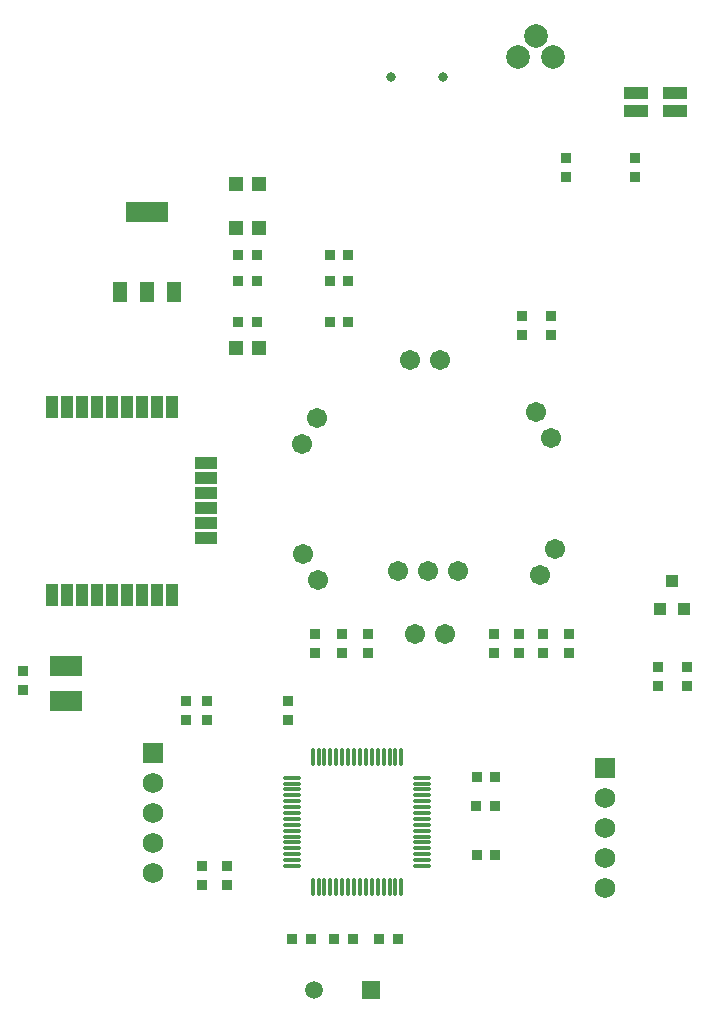
<source format=gts>
%FSTAX23Y23*%
%MOIN*%
%SFA1B1*%

%IPPOS*%
%ADD41O,0.013780X0.064960*%
%ADD42O,0.064960X0.013780*%
%ADD43R,0.038000X0.033000*%
%ADD44R,0.033000X0.038000*%
%ADD45R,0.047370X0.051310*%
%ADD46R,0.039500X0.078000*%
%ADD47R,0.078000X0.039500*%
%ADD48R,0.078870X0.039500*%
%ADD49R,0.039500X0.043430*%
%ADD50R,0.043430X0.043430*%
%ADD51R,0.051310X0.069020*%
%ADD52R,0.051310X0.069020*%
%ADD53R,0.143830X0.069020*%
%ADD54R,0.106420X0.070990*%
%ADD55C,0.059180*%
%ADD56R,0.059180X0.059180*%
%ADD57R,0.068000X0.068000*%
%ADD58C,0.068000*%
%ADD59C,0.031620*%
%ADD60C,0.078870*%
%ADD61C,0.067060*%
%LNÑ§Ï°ÐÍºìÍâ×ª·¢Æ÷-1*%
%LPD*%
G54D41*
X06372Y03727D03*
X06392D03*
X06411D03*
X06431D03*
X06451D03*
X0647D03*
X0649D03*
X0651D03*
X06529D03*
X06549D03*
X06569D03*
X06588D03*
X06608D03*
X06628D03*
X06647D03*
X06667D03*
Y04162D03*
X06647D03*
X06628D03*
X06608D03*
X06588D03*
X06569D03*
X06549D03*
X06529D03*
X0651D03*
X0649D03*
X0647D03*
X06451D03*
X06431D03*
X06411D03*
X06392D03*
X06372D03*
G54D42*
X06737Y03797D03*
Y03817D03*
Y03836D03*
Y03856D03*
Y03876D03*
Y03895D03*
Y03915D03*
Y03935D03*
Y03954D03*
Y03974D03*
Y03994D03*
Y04013D03*
Y04033D03*
Y04053D03*
Y04072D03*
Y04092D03*
X06302D03*
Y04072D03*
Y04053D03*
Y04033D03*
Y04013D03*
Y03994D03*
Y03974D03*
Y03954D03*
Y03935D03*
Y03915D03*
Y03895D03*
Y03876D03*
Y03856D03*
Y03836D03*
Y03817D03*
Y03797D03*
G54D43*
X07165Y05569D03*
Y05631D03*
X0629Y04346D03*
Y04284D03*
X06085Y03734D03*
Y03796D03*
X06004D03*
Y03734D03*
X0707Y05569D03*
Y05631D03*
X07225Y04571D03*
Y04509D03*
X06555Y04571D03*
Y04509D03*
X0638Y04571D03*
Y04509D03*
X0762Y04461D03*
Y04399D03*
X07445Y06094D03*
Y06156D03*
X06019Y04346D03*
Y04284D03*
X05949Y04346D03*
Y04284D03*
X07215Y06094D03*
Y06156D03*
X07061Y04571D03*
Y04509D03*
X0647D03*
Y04571D03*
X07524Y04399D03*
Y04461D03*
X05405Y04446D03*
Y04384D03*
X0714Y04509D03*
Y04571D03*
X06977D03*
Y04509D03*
G54D44*
X06917Y03999D03*
X06979D03*
X06594Y03555D03*
X06656D03*
X06506D03*
X06444D03*
X0649Y0561D03*
X06428D03*
X06429Y05835D03*
X06491D03*
X06428Y05748D03*
X0649D03*
X06366Y03555D03*
X06304D03*
X06919Y03835D03*
X06981D03*
X06124Y05835D03*
X06186D03*
X06124Y05748D03*
X06186D03*
X06124Y0561D03*
X06186D03*
X06981Y04093D03*
X06919D03*
G54D45*
X06115Y05925D03*
X06194D03*
X06115Y0607D03*
X06194D03*
X06115Y05525D03*
X06194D03*
G54D46*
X05502Y04702D03*
X05552D03*
X05602D03*
X05652D03*
X05702D03*
X05752D03*
X05802D03*
X05852D03*
X05902D03*
Y05327D03*
X05852D03*
X05802D03*
X05752D03*
X05702D03*
X05652D03*
X05602D03*
X05552D03*
X05502D03*
G54D47*
X06017Y0489D03*
Y0494D03*
Y0499D03*
Y0504D03*
Y0509D03*
Y0514D03*
G54D48*
X07448Y06374D03*
Y06315D03*
X07581D03*
Y06374D03*
G54D49*
X0753Y04655D03*
X0761Y04654D03*
G54D50*
X07569Y04746D03*
G54D51*
X05729Y05712D03*
G54D52*
X0591Y05712D03*
X0582D03*
G54D53*
X0582Y05977D03*
G54D54*
X0555Y04464D03*
Y04346D03*
G54D55*
X06375Y03385D03*
G54D56*
X06567Y03385D03*
G54D57*
X07345Y04125D03*
X0584Y04174D03*
G54D58*
X07345Y04025D03*
Y03925D03*
Y03825D03*
Y03725D03*
X0584Y03774D03*
Y03874D03*
Y03974D03*
Y04074D03*
G54D59*
X06806Y06428D03*
X06633D03*
G54D60*
X07174Y06494D03*
X07055D03*
X07115Y06565D03*
G54D61*
X06697Y05485D03*
X06797D03*
X06335Y05205D03*
X06385Y05291D03*
X0639Y0475D03*
X0634Y04836D03*
X06813Y0457D03*
X06713D03*
X0718Y04855D03*
X0713Y04768D03*
X07115Y0531D03*
X07165Y05223D03*
X06855Y0478D03*
X06755D03*
X06655D03*
M02*
</source>
